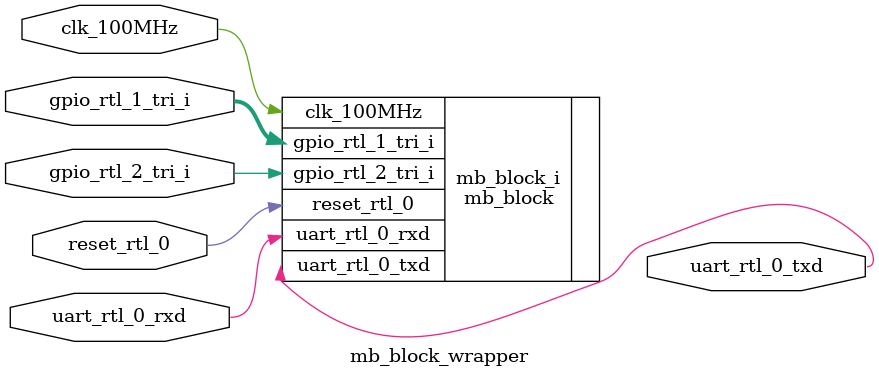
<source format=v>
`timescale 1 ps / 1 ps

module mb_block_wrapper
   (clk_100MHz,
    gpio_rtl_1_tri_i,
    gpio_rtl_2_tri_i,
    reset_rtl_0,
    uart_rtl_0_rxd,
    uart_rtl_0_txd);
  input clk_100MHz;
  input [15:0]gpio_rtl_1_tri_i;
  input [0:0]gpio_rtl_2_tri_i;
  input reset_rtl_0;
  input uart_rtl_0_rxd;
  output uart_rtl_0_txd;

  wire clk_100MHz;
  wire [15:0]gpio_rtl_1_tri_i;
  wire [0:0]gpio_rtl_2_tri_i;
  wire reset_rtl_0;
  wire uart_rtl_0_rxd;
  wire uart_rtl_0_txd;

  mb_block mb_block_i
       (.clk_100MHz(clk_100MHz),
        .gpio_rtl_1_tri_i(gpio_rtl_1_tri_i),
        .gpio_rtl_2_tri_i(gpio_rtl_2_tri_i),
        .reset_rtl_0(reset_rtl_0),
        .uart_rtl_0_rxd(uart_rtl_0_rxd),
        .uart_rtl_0_txd(uart_rtl_0_txd));
endmodule

</source>
